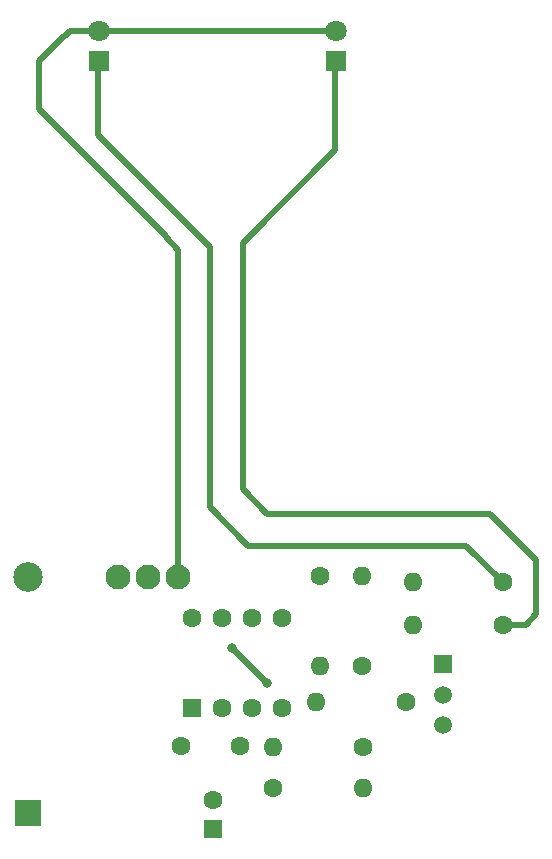
<source format=gbr>
%TF.GenerationSoftware,KiCad,Pcbnew,(5.1.6)-1*%
%TF.CreationDate,2021-10-24T20:03:51+02:00*%
%TF.ProjectId,KiCAD_tutorial,4b694341-445f-4747-9574-6f7269616c2e,rev?*%
%TF.SameCoordinates,Original*%
%TF.FileFunction,Copper,L2,Bot*%
%TF.FilePolarity,Positive*%
%FSLAX46Y46*%
G04 Gerber Fmt 4.6, Leading zero omitted, Abs format (unit mm)*
G04 Created by KiCad (PCBNEW (5.1.6)-1) date 2021-10-24 20:03:51*
%MOMM*%
%LPD*%
G01*
G04 APERTURE LIST*
%TA.AperFunction,ComponentPad*%
%ADD10C,1.600000*%
%TD*%
%TA.AperFunction,ComponentPad*%
%ADD11O,1.600000X1.600000*%
%TD*%
%TA.AperFunction,ComponentPad*%
%ADD12R,2.170000X2.170000*%
%TD*%
%TA.AperFunction,ComponentPad*%
%ADD13C,2.500000*%
%TD*%
%TA.AperFunction,ComponentPad*%
%ADD14R,1.600000X1.600000*%
%TD*%
%TA.AperFunction,ComponentPad*%
%ADD15C,1.500000*%
%TD*%
%TA.AperFunction,ComponentPad*%
%ADD16R,1.500000X1.500000*%
%TD*%
%TA.AperFunction,ComponentPad*%
%ADD17C,2.100000*%
%TD*%
%TA.AperFunction,ComponentPad*%
%ADD18R,1.800000X1.800000*%
%TD*%
%TA.AperFunction,ComponentPad*%
%ADD19C,1.800000*%
%TD*%
%TA.AperFunction,ViaPad*%
%ADD20C,0.800000*%
%TD*%
%TA.AperFunction,Conductor*%
%ADD21C,0.500000*%
%TD*%
G04 APERTURE END LIST*
D10*
%TO.P,R2,1*%
%TO.N,Net-(R1-Pad2)*%
X113580000Y-105770000D03*
D11*
%TO.P,R2,2*%
%TO.N,Net-(C1-Pad1)*%
X113580000Y-113390000D03*
%TD*%
D12*
%TO.P,BT1,Neg*%
%TO.N,N/C*%
X88820000Y-125860000D03*
D13*
%TO.P,BT1,Pos*%
X88820000Y-105860000D03*
%TD*%
D10*
%TO.P,C1,1*%
%TO.N,Net-(C1-Pad1)*%
X106800000Y-120210000D03*
%TO.P,C1,2*%
%TO.N,GND*%
X101800000Y-120210000D03*
%TD*%
%TO.P,C2,1*%
%TO.N,GND*%
X104520000Y-124710000D03*
D14*
%TO.P,C2,2*%
%TO.N,Net-(C2-Pad2)*%
X104520000Y-127210000D03*
%TD*%
D15*
%TO.P,Q1,2*%
%TO.N,Net-(Q1-Pad2)*%
X123970000Y-115830000D03*
%TO.P,Q1,3*%
%TO.N,GND*%
X123970000Y-118430000D03*
D16*
%TO.P,Q1,1*%
%TO.N,Net-(Q1-Pad1)*%
X123970000Y-113230000D03*
%TD*%
D11*
%TO.P,R1,2*%
%TO.N,Net-(R1-Pad2)*%
X117090000Y-105780000D03*
D10*
%TO.P,R1,1*%
%TO.N,VDD*%
X117090000Y-113400000D03*
%TD*%
%TO.P,R3,1*%
%TO.N,Net-(C2-Pad2)*%
X117180000Y-120260000D03*
D11*
%TO.P,R3,2*%
%TO.N,Net-(R3-Pad2)*%
X109560000Y-120260000D03*
%TD*%
%TO.P,R4,2*%
%TO.N,Net-(C2-Pad2)*%
X117170000Y-123760000D03*
D10*
%TO.P,R4,1*%
%TO.N,GND*%
X109550000Y-123760000D03*
%TD*%
%TO.P,R5,1*%
%TO.N,Net-(Q1-Pad2)*%
X120790000Y-116460000D03*
D11*
%TO.P,R5,2*%
%TO.N,Net-(C2-Pad2)*%
X113170000Y-116460000D03*
%TD*%
D10*
%TO.P,R6,1*%
%TO.N,Net-(D1-Pad1)*%
X129060000Y-109900000D03*
D11*
%TO.P,R6,2*%
%TO.N,Net-(Q1-Pad1)*%
X121440000Y-109900000D03*
%TD*%
%TO.P,R7,2*%
%TO.N,Net-(Q1-Pad1)*%
X121430000Y-106320000D03*
D10*
%TO.P,R7,1*%
%TO.N,Net-(D2-Pad1)*%
X129050000Y-106320000D03*
%TD*%
D17*
%TO.P,SW1,1*%
%TO.N,Net-(SW1-Pad1)*%
X96460000Y-105880000D03*
%TO.P,SW1,2*%
%TO.N,Net-(BT1-Pad1)*%
X99000000Y-105880000D03*
%TO.P,SW1,3*%
%TO.N,VDD*%
X101540000Y-105880000D03*
%TD*%
D14*
%TO.P,U1,1*%
%TO.N,GND*%
X102700000Y-116930000D03*
D10*
%TO.P,U1,2*%
%TO.N,Net-(C1-Pad1)*%
X105240000Y-116930000D03*
%TO.P,U1,3*%
%TO.N,Net-(R3-Pad2)*%
X107780000Y-116930000D03*
%TO.P,U1,4*%
%TO.N,VDD*%
X110320000Y-116930000D03*
%TO.P,U1,5*%
%TO.N,Net-(U1-Pad5)*%
X110320000Y-109310000D03*
%TO.P,U1,6*%
%TO.N,Net-(C1-Pad1)*%
X107780000Y-109310000D03*
%TO.P,U1,7*%
%TO.N,Net-(R1-Pad2)*%
X105240000Y-109310000D03*
%TO.P,U1,8*%
%TO.N,VDD*%
X102700000Y-109310000D03*
%TD*%
D18*
%TO.P,D1,1*%
%TO.N,Net-(D1-Pad1)*%
X114880000Y-62140000D03*
D19*
%TO.P,D1,2*%
%TO.N,VDD*%
X114880000Y-59600000D03*
%TD*%
%TO.P,D2,2*%
%TO.N,VDD*%
X94820000Y-59640000D03*
D18*
%TO.P,D2,1*%
%TO.N,Net-(D2-Pad1)*%
X94820000Y-62180000D03*
%TD*%
D20*
%TO.N,VDD*%
X109090000Y-114860000D03*
X106100000Y-111870000D03*
%TD*%
D21*
%TO.N,VDD*%
X109090000Y-114860000D02*
X106100000Y-111870000D01*
X91880000Y-60070000D02*
X89770000Y-62180000D01*
X89770000Y-62180000D02*
X89770000Y-66270000D01*
X100500001Y-77000001D02*
X100500001Y-77110001D01*
X89770000Y-66270000D02*
X100500001Y-77000001D01*
X101540000Y-78150000D02*
X101540000Y-105880000D01*
X100500001Y-77110001D02*
X101540000Y-78150000D01*
X91880000Y-60070000D02*
X91920000Y-60070000D01*
X92350000Y-59640000D02*
X94820000Y-59640000D01*
X91920000Y-60070000D02*
X92350000Y-59640000D01*
X94860000Y-59600000D02*
X94820000Y-59640000D01*
X114880000Y-59600000D02*
X94860000Y-59600000D01*
%TO.N,Net-(D1-Pad1)*%
X114860000Y-62520000D02*
X114860000Y-69710000D01*
X114860000Y-69710000D02*
X106990000Y-77580000D01*
X106990000Y-77580000D02*
X106990000Y-98430000D01*
X106990000Y-98430000D02*
X109080000Y-100520000D01*
X109080000Y-100520000D02*
X127920000Y-100520000D01*
X127920000Y-100520000D02*
X131860000Y-104460000D01*
X131860000Y-104460000D02*
X131860000Y-109010000D01*
X130970000Y-109900000D02*
X129060000Y-109900000D01*
X131860000Y-109010000D02*
X130970000Y-109900000D01*
%TO.N,Net-(D2-Pad1)*%
X94790000Y-62610000D02*
X94790000Y-68470000D01*
X94790000Y-68470000D02*
X104210000Y-77890000D01*
X104210000Y-77890000D02*
X104210000Y-99980000D01*
X104210000Y-99980000D02*
X107450000Y-103220000D01*
X125950000Y-103220000D02*
X129050000Y-106320000D01*
X107450000Y-103220000D02*
X125950000Y-103220000D01*
%TD*%
M02*

</source>
